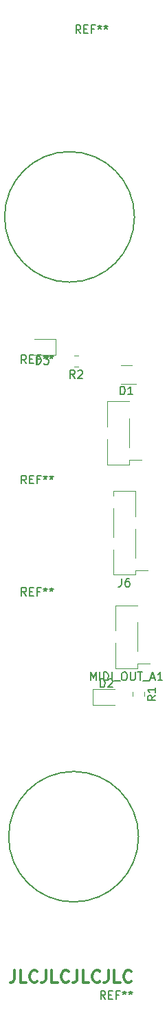
<source format=gbr>
%TF.GenerationSoftware,KiCad,Pcbnew,5.1.6+dfsg1-1*%
%TF.CreationDate,2020-08-19T02:21:13+02:00*%
%TF.ProjectId,midi_breakout,6d696469-5f62-4726-9561-6b6f75742e6b,rev?*%
%TF.SameCoordinates,Original*%
%TF.FileFunction,Legend,Top*%
%TF.FilePolarity,Positive*%
%FSLAX46Y46*%
G04 Gerber Fmt 4.6, Leading zero omitted, Abs format (unit mm)*
G04 Created by KiCad (PCBNEW 5.1.6+dfsg1-1) date 2020-08-19 02:21:13*
%MOMM*%
%LPD*%
G01*
G04 APERTURE LIST*
%ADD10C,0.300000*%
%ADD11C,0.120000*%
%ADD12C,0.150000*%
G04 APERTURE END LIST*
D10*
X18240288Y-133887471D02*
X18240288Y-134958900D01*
X18168860Y-135173185D01*
X18026002Y-135316042D01*
X17811717Y-135387471D01*
X17668860Y-135387471D01*
X19668860Y-135387471D02*
X18954574Y-135387471D01*
X18954574Y-133887471D01*
X21026002Y-135244614D02*
X20954574Y-135316042D01*
X20740288Y-135387471D01*
X20597431Y-135387471D01*
X20383145Y-135316042D01*
X20240288Y-135173185D01*
X20168860Y-135030328D01*
X20097431Y-134744614D01*
X20097431Y-134530328D01*
X20168860Y-134244614D01*
X20240288Y-134101757D01*
X20383145Y-133958900D01*
X20597431Y-133887471D01*
X20740288Y-133887471D01*
X20954574Y-133958900D01*
X21026002Y-134030328D01*
X22097431Y-133887471D02*
X22097431Y-134958900D01*
X22026002Y-135173185D01*
X21883145Y-135316042D01*
X21668860Y-135387471D01*
X21526002Y-135387471D01*
X23526002Y-135387471D02*
X22811717Y-135387471D01*
X22811717Y-133887471D01*
X24883145Y-135244614D02*
X24811717Y-135316042D01*
X24597431Y-135387471D01*
X24454574Y-135387471D01*
X24240288Y-135316042D01*
X24097431Y-135173185D01*
X24026002Y-135030328D01*
X23954574Y-134744614D01*
X23954574Y-134530328D01*
X24026002Y-134244614D01*
X24097431Y-134101757D01*
X24240288Y-133958900D01*
X24454574Y-133887471D01*
X24597431Y-133887471D01*
X24811717Y-133958900D01*
X24883145Y-134030328D01*
X25954574Y-133887471D02*
X25954574Y-134958900D01*
X25883145Y-135173185D01*
X25740288Y-135316042D01*
X25526002Y-135387471D01*
X25383145Y-135387471D01*
X27383145Y-135387471D02*
X26668860Y-135387471D01*
X26668860Y-133887471D01*
X28740288Y-135244614D02*
X28668860Y-135316042D01*
X28454574Y-135387471D01*
X28311717Y-135387471D01*
X28097431Y-135316042D01*
X27954574Y-135173185D01*
X27883145Y-135030328D01*
X27811717Y-134744614D01*
X27811717Y-134530328D01*
X27883145Y-134244614D01*
X27954574Y-134101757D01*
X28097431Y-133958900D01*
X28311717Y-133887471D01*
X28454574Y-133887471D01*
X28668860Y-133958900D01*
X28740288Y-134030328D01*
X29811717Y-133887471D02*
X29811717Y-134958900D01*
X29740288Y-135173185D01*
X29597431Y-135316042D01*
X29383145Y-135387471D01*
X29240288Y-135387471D01*
X31240288Y-135387471D02*
X30526002Y-135387471D01*
X30526002Y-133887471D01*
X32597431Y-135244614D02*
X32526002Y-135316042D01*
X32311717Y-135387471D01*
X32168860Y-135387471D01*
X31954574Y-135316042D01*
X31811717Y-135173185D01*
X31740288Y-135030328D01*
X31668860Y-134744614D01*
X31668860Y-134530328D01*
X31740288Y-134244614D01*
X31811717Y-134101757D01*
X31954574Y-133958900D01*
X32168860Y-133887471D01*
X32311717Y-133887471D01*
X32526002Y-133958900D01*
X32597431Y-134030328D01*
D11*
%TO.C,D1*%
X32704000Y-59670460D02*
X31304000Y-59670460D01*
X31304000Y-61990460D02*
X33204000Y-61990460D01*
%TO.C,D2*%
X27849860Y-101328760D02*
X30534860Y-101328760D01*
X27849860Y-99408760D02*
X27849860Y-101328760D01*
X30534860Y-99408760D02*
X27849860Y-99408760D01*
%TO.C,D3*%
X23330860Y-56509200D02*
X20645860Y-56509200D01*
X23330860Y-58429200D02*
X23330860Y-56509200D01*
X20645860Y-58429200D02*
X23330860Y-58429200D01*
%TO.C,J6*%
X33080000Y-78220000D02*
X33080000Y-75110000D01*
X33080000Y-83300000D02*
X33080000Y-79740000D01*
X30420000Y-80760000D02*
X30420000Y-77200000D01*
X30420000Y-75680000D02*
X30420000Y-75110000D01*
X33080000Y-85390000D02*
X33080000Y-84820000D01*
X33080000Y-84820000D02*
X34600000Y-84820000D01*
X30420000Y-85390000D02*
X30420000Y-82280000D01*
X33080000Y-75110000D02*
X30420000Y-75110000D01*
X33080000Y-85390000D02*
X30420000Y-85390000D01*
D12*
%TO.C,IN*%
X33000000Y-41500000D02*
G75*
G03*
X33000000Y-41500000I-8000000J0D01*
G01*
D11*
%TO.C,IN AB*%
X32330000Y-69780000D02*
X32330000Y-66220000D01*
X29670000Y-67240000D02*
X29670000Y-64130000D01*
X29670000Y-64700000D02*
X29670000Y-64130000D01*
X32330000Y-71870000D02*
X32330000Y-71300000D01*
X32330000Y-71300000D02*
X33850000Y-71300000D01*
X29670000Y-71870000D02*
X29670000Y-68760000D01*
X32330000Y-64130000D02*
X29670000Y-64130000D01*
X32330000Y-71870000D02*
X29670000Y-71870000D01*
D12*
%TO.C,OUT*%
X33500000Y-117500000D02*
G75*
G03*
X33500000Y-117500000I-8000000J0D01*
G01*
D11*
%TO.C,R1*%
X32790000Y-99763748D02*
X32790000Y-100286252D01*
X34210000Y-99763748D02*
X34210000Y-100286252D01*
%TO.C,R2*%
X26077812Y-58484700D02*
X25555308Y-58484700D01*
X26077812Y-59904700D02*
X25555308Y-59904700D01*
%TO.C,MIDI_OUT_A1*%
X33330000Y-94780000D02*
X33330000Y-91220000D01*
X30670000Y-92240000D02*
X30670000Y-89130000D01*
X30670000Y-89700000D02*
X30670000Y-89130000D01*
X33330000Y-96870000D02*
X33330000Y-96300000D01*
X33330000Y-96300000D02*
X34850000Y-96300000D01*
X30670000Y-96870000D02*
X30670000Y-93760000D01*
X33330000Y-89130000D02*
X30670000Y-89130000D01*
X33330000Y-96870000D02*
X30670000Y-96870000D01*
%TD*%
%TO.C,REF\u002A\u002A*%
D12*
X29416666Y-137402380D02*
X29083333Y-136926190D01*
X28845238Y-137402380D02*
X28845238Y-136402380D01*
X29226190Y-136402380D01*
X29321428Y-136450000D01*
X29369047Y-136497619D01*
X29416666Y-136592857D01*
X29416666Y-136735714D01*
X29369047Y-136830952D01*
X29321428Y-136878571D01*
X29226190Y-136926190D01*
X28845238Y-136926190D01*
X29845238Y-136878571D02*
X30178571Y-136878571D01*
X30321428Y-137402380D02*
X29845238Y-137402380D01*
X29845238Y-136402380D01*
X30321428Y-136402380D01*
X31083333Y-136878571D02*
X30750000Y-136878571D01*
X30750000Y-137402380D02*
X30750000Y-136402380D01*
X31226190Y-136402380D01*
X31750000Y-136402380D02*
X31750000Y-136640476D01*
X31511904Y-136545238D02*
X31750000Y-136640476D01*
X31988095Y-136545238D01*
X31607142Y-136830952D02*
X31750000Y-136640476D01*
X31892857Y-136830952D01*
X32511904Y-136402380D02*
X32511904Y-136640476D01*
X32273809Y-136545238D02*
X32511904Y-136640476D01*
X32750000Y-136545238D01*
X32369047Y-136830952D02*
X32511904Y-136640476D01*
X32654761Y-136830952D01*
X26370446Y-18991840D02*
X26037113Y-18515650D01*
X25799018Y-18991840D02*
X25799018Y-17991840D01*
X26179970Y-17991840D01*
X26275208Y-18039460D01*
X26322827Y-18087079D01*
X26370446Y-18182317D01*
X26370446Y-18325174D01*
X26322827Y-18420412D01*
X26275208Y-18468031D01*
X26179970Y-18515650D01*
X25799018Y-18515650D01*
X26799018Y-18468031D02*
X27132351Y-18468031D01*
X27275208Y-18991840D02*
X26799018Y-18991840D01*
X26799018Y-17991840D01*
X27275208Y-17991840D01*
X28037113Y-18468031D02*
X27703780Y-18468031D01*
X27703780Y-18991840D02*
X27703780Y-17991840D01*
X28179970Y-17991840D01*
X28703780Y-17991840D02*
X28703780Y-18229936D01*
X28465684Y-18134698D02*
X28703780Y-18229936D01*
X28941875Y-18134698D01*
X28560922Y-18420412D02*
X28703780Y-18229936D01*
X28846637Y-18420412D01*
X29465684Y-17991840D02*
X29465684Y-18229936D01*
X29227589Y-18134698D02*
X29465684Y-18229936D01*
X29703780Y-18134698D01*
X29322827Y-18420412D02*
X29465684Y-18229936D01*
X29608541Y-18420412D01*
X19666666Y-87952380D02*
X19333333Y-87476190D01*
X19095238Y-87952380D02*
X19095238Y-86952380D01*
X19476190Y-86952380D01*
X19571428Y-87000000D01*
X19619047Y-87047619D01*
X19666666Y-87142857D01*
X19666666Y-87285714D01*
X19619047Y-87380952D01*
X19571428Y-87428571D01*
X19476190Y-87476190D01*
X19095238Y-87476190D01*
X20095238Y-87428571D02*
X20428571Y-87428571D01*
X20571428Y-87952380D02*
X20095238Y-87952380D01*
X20095238Y-86952380D01*
X20571428Y-86952380D01*
X21333333Y-87428571D02*
X21000000Y-87428571D01*
X21000000Y-87952380D02*
X21000000Y-86952380D01*
X21476190Y-86952380D01*
X22000000Y-86952380D02*
X22000000Y-87190476D01*
X21761904Y-87095238D02*
X22000000Y-87190476D01*
X22238095Y-87095238D01*
X21857142Y-87380952D02*
X22000000Y-87190476D01*
X22142857Y-87380952D01*
X22761904Y-86952380D02*
X22761904Y-87190476D01*
X22523809Y-87095238D02*
X22761904Y-87190476D01*
X23000000Y-87095238D01*
X22619047Y-87380952D02*
X22761904Y-87190476D01*
X22904761Y-87380952D01*
X19666666Y-74202380D02*
X19333333Y-73726190D01*
X19095238Y-74202380D02*
X19095238Y-73202380D01*
X19476190Y-73202380D01*
X19571428Y-73250000D01*
X19619047Y-73297619D01*
X19666666Y-73392857D01*
X19666666Y-73535714D01*
X19619047Y-73630952D01*
X19571428Y-73678571D01*
X19476190Y-73726190D01*
X19095238Y-73726190D01*
X20095238Y-73678571D02*
X20428571Y-73678571D01*
X20571428Y-74202380D02*
X20095238Y-74202380D01*
X20095238Y-73202380D01*
X20571428Y-73202380D01*
X21333333Y-73678571D02*
X21000000Y-73678571D01*
X21000000Y-74202380D02*
X21000000Y-73202380D01*
X21476190Y-73202380D01*
X22000000Y-73202380D02*
X22000000Y-73440476D01*
X21761904Y-73345238D02*
X22000000Y-73440476D01*
X22238095Y-73345238D01*
X21857142Y-73630952D02*
X22000000Y-73440476D01*
X22142857Y-73630952D01*
X22761904Y-73202380D02*
X22761904Y-73440476D01*
X22523809Y-73345238D02*
X22761904Y-73440476D01*
X23000000Y-73345238D01*
X22619047Y-73630952D02*
X22761904Y-73440476D01*
X22904761Y-73630952D01*
X19666666Y-59452380D02*
X19333333Y-58976190D01*
X19095238Y-59452380D02*
X19095238Y-58452380D01*
X19476190Y-58452380D01*
X19571428Y-58500000D01*
X19619047Y-58547619D01*
X19666666Y-58642857D01*
X19666666Y-58785714D01*
X19619047Y-58880952D01*
X19571428Y-58928571D01*
X19476190Y-58976190D01*
X19095238Y-58976190D01*
X20095238Y-58928571D02*
X20428571Y-58928571D01*
X20571428Y-59452380D02*
X20095238Y-59452380D01*
X20095238Y-58452380D01*
X20571428Y-58452380D01*
X21333333Y-58928571D02*
X21000000Y-58928571D01*
X21000000Y-59452380D02*
X21000000Y-58452380D01*
X21476190Y-58452380D01*
X22000000Y-58452380D02*
X22000000Y-58690476D01*
X21761904Y-58595238D02*
X22000000Y-58690476D01*
X22238095Y-58595238D01*
X21857142Y-58880952D02*
X22000000Y-58690476D01*
X22142857Y-58880952D01*
X22761904Y-58452380D02*
X22761904Y-58690476D01*
X22523809Y-58595238D02*
X22761904Y-58690476D01*
X23000000Y-58595238D01*
X22619047Y-58880952D02*
X22761904Y-58690476D01*
X22904761Y-58880952D01*
%TO.C,D1*%
X31265904Y-63282840D02*
X31265904Y-62282840D01*
X31504000Y-62282840D01*
X31646857Y-62330460D01*
X31742095Y-62425698D01*
X31789714Y-62520936D01*
X31837333Y-62711412D01*
X31837333Y-62854269D01*
X31789714Y-63044745D01*
X31742095Y-63139983D01*
X31646857Y-63235221D01*
X31504000Y-63282840D01*
X31265904Y-63282840D01*
X32789714Y-63282840D02*
X32218285Y-63282840D01*
X32504000Y-63282840D02*
X32504000Y-62282840D01*
X32408761Y-62425698D01*
X32313523Y-62520936D01*
X32218285Y-62568555D01*
%TO.C,D2*%
X28796764Y-99171140D02*
X28796764Y-98171140D01*
X29034860Y-98171140D01*
X29177717Y-98218760D01*
X29272955Y-98313998D01*
X29320574Y-98409236D01*
X29368193Y-98599712D01*
X29368193Y-98742569D01*
X29320574Y-98933045D01*
X29272955Y-99028283D01*
X29177717Y-99123521D01*
X29034860Y-99171140D01*
X28796764Y-99171140D01*
X29749145Y-98266379D02*
X29796764Y-98218760D01*
X29892002Y-98171140D01*
X30130098Y-98171140D01*
X30225336Y-98218760D01*
X30272955Y-98266379D01*
X30320574Y-98361617D01*
X30320574Y-98456855D01*
X30272955Y-98599712D01*
X29701526Y-99171140D01*
X30320574Y-99171140D01*
%TO.C,D3*%
X20907764Y-59571580D02*
X20907764Y-58571580D01*
X21145860Y-58571580D01*
X21288717Y-58619200D01*
X21383955Y-58714438D01*
X21431574Y-58809676D01*
X21479193Y-59000152D01*
X21479193Y-59143009D01*
X21431574Y-59333485D01*
X21383955Y-59428723D01*
X21288717Y-59523961D01*
X21145860Y-59571580D01*
X20907764Y-59571580D01*
X21812526Y-58571580D02*
X22431574Y-58571580D01*
X22098240Y-58952533D01*
X22241098Y-58952533D01*
X22336336Y-59000152D01*
X22383955Y-59047771D01*
X22431574Y-59143009D01*
X22431574Y-59381104D01*
X22383955Y-59476342D01*
X22336336Y-59523961D01*
X22241098Y-59571580D01*
X21955383Y-59571580D01*
X21860145Y-59523961D01*
X21812526Y-59476342D01*
%TO.C,J6*%
X31416666Y-85842380D02*
X31416666Y-86556666D01*
X31369047Y-86699523D01*
X31273809Y-86794761D01*
X31130952Y-86842380D01*
X31035714Y-86842380D01*
X32321428Y-85842380D02*
X32130952Y-85842380D01*
X32035714Y-85890000D01*
X31988095Y-85937619D01*
X31892857Y-86080476D01*
X31845238Y-86270952D01*
X31845238Y-86651904D01*
X31892857Y-86747142D01*
X31940476Y-86794761D01*
X32035714Y-86842380D01*
X32226190Y-86842380D01*
X32321428Y-86794761D01*
X32369047Y-86747142D01*
X32416666Y-86651904D01*
X32416666Y-86413809D01*
X32369047Y-86318571D01*
X32321428Y-86270952D01*
X32226190Y-86223333D01*
X32035714Y-86223333D01*
X31940476Y-86270952D01*
X31892857Y-86318571D01*
X31845238Y-86413809D01*
%TO.C,R1*%
X35602380Y-100191666D02*
X35126190Y-100525000D01*
X35602380Y-100763095D02*
X34602380Y-100763095D01*
X34602380Y-100382142D01*
X34650000Y-100286904D01*
X34697619Y-100239285D01*
X34792857Y-100191666D01*
X34935714Y-100191666D01*
X35030952Y-100239285D01*
X35078571Y-100286904D01*
X35126190Y-100382142D01*
X35126190Y-100763095D01*
X35602380Y-99239285D02*
X35602380Y-99810714D01*
X35602380Y-99525000D02*
X34602380Y-99525000D01*
X34745238Y-99620238D01*
X34840476Y-99715476D01*
X34888095Y-99810714D01*
%TO.C,R2*%
X25649893Y-61297080D02*
X25316560Y-60820890D01*
X25078464Y-61297080D02*
X25078464Y-60297080D01*
X25459417Y-60297080D01*
X25554655Y-60344700D01*
X25602274Y-60392319D01*
X25649893Y-60487557D01*
X25649893Y-60630414D01*
X25602274Y-60725652D01*
X25554655Y-60773271D01*
X25459417Y-60820890D01*
X25078464Y-60820890D01*
X26030845Y-60392319D02*
X26078464Y-60344700D01*
X26173702Y-60297080D01*
X26411798Y-60297080D01*
X26507036Y-60344700D01*
X26554655Y-60392319D01*
X26602274Y-60487557D01*
X26602274Y-60582795D01*
X26554655Y-60725652D01*
X25983226Y-61297080D01*
X26602274Y-61297080D01*
%TO.C,MIDI_OUT_A1*%
X27595238Y-98322380D02*
X27595238Y-97322380D01*
X27928571Y-98036666D01*
X28261904Y-97322380D01*
X28261904Y-98322380D01*
X28738095Y-98322380D02*
X28738095Y-97322380D01*
X29214285Y-98322380D02*
X29214285Y-97322380D01*
X29452380Y-97322380D01*
X29595238Y-97370000D01*
X29690476Y-97465238D01*
X29738095Y-97560476D01*
X29785714Y-97750952D01*
X29785714Y-97893809D01*
X29738095Y-98084285D01*
X29690476Y-98179523D01*
X29595238Y-98274761D01*
X29452380Y-98322380D01*
X29214285Y-98322380D01*
X30214285Y-98322380D02*
X30214285Y-97322380D01*
X30452380Y-98417619D02*
X31214285Y-98417619D01*
X31642857Y-97322380D02*
X31833333Y-97322380D01*
X31928571Y-97370000D01*
X32023809Y-97465238D01*
X32071428Y-97655714D01*
X32071428Y-97989047D01*
X32023809Y-98179523D01*
X31928571Y-98274761D01*
X31833333Y-98322380D01*
X31642857Y-98322380D01*
X31547619Y-98274761D01*
X31452380Y-98179523D01*
X31404761Y-97989047D01*
X31404761Y-97655714D01*
X31452380Y-97465238D01*
X31547619Y-97370000D01*
X31642857Y-97322380D01*
X32500000Y-97322380D02*
X32500000Y-98131904D01*
X32547619Y-98227142D01*
X32595238Y-98274761D01*
X32690476Y-98322380D01*
X32880952Y-98322380D01*
X32976190Y-98274761D01*
X33023809Y-98227142D01*
X33071428Y-98131904D01*
X33071428Y-97322380D01*
X33404761Y-97322380D02*
X33976190Y-97322380D01*
X33690476Y-98322380D02*
X33690476Y-97322380D01*
X34071428Y-98417619D02*
X34833333Y-98417619D01*
X35023809Y-98036666D02*
X35500000Y-98036666D01*
X34928571Y-98322380D02*
X35261904Y-97322380D01*
X35595238Y-98322380D01*
X36452380Y-98322380D02*
X35880952Y-98322380D01*
X36166666Y-98322380D02*
X36166666Y-97322380D01*
X36071428Y-97465238D01*
X35976190Y-97560476D01*
X35880952Y-97608095D01*
%TD*%
M02*

</source>
